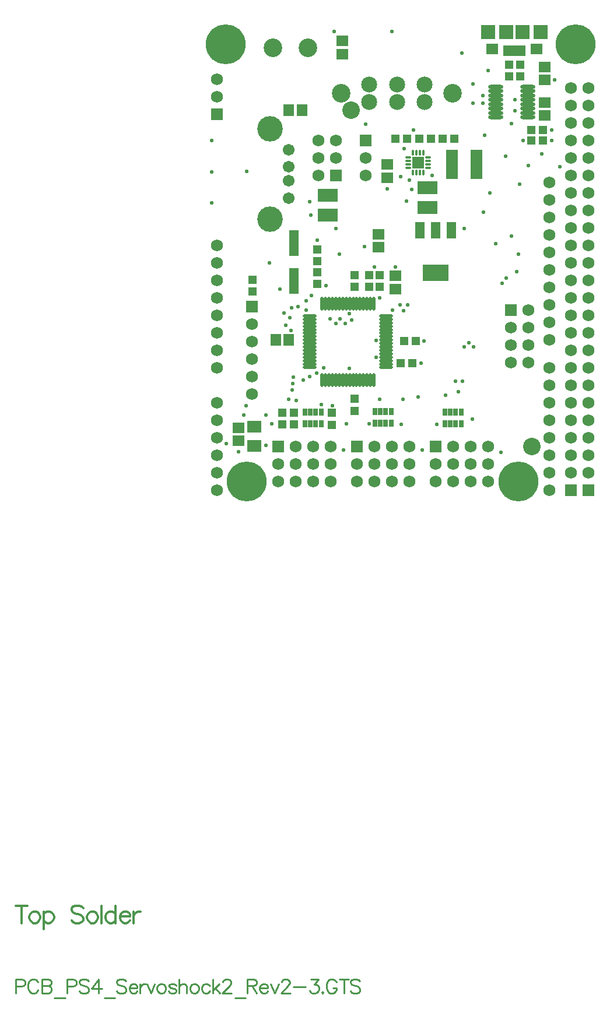
<source format=gts>
%FSAX24Y24*%
%MOIN*%
G70*
G01*
G75*
G04 Layer_Color=8388736*
G04:AMPARAMS|DCode=10|XSize=9.4mil|YSize=27.6mil|CornerRadius=2.4mil|HoleSize=0mil|Usage=FLASHONLY|Rotation=90.000|XOffset=0mil|YOffset=0mil|HoleType=Round|Shape=RoundedRectangle|*
%AMROUNDEDRECTD10*
21,1,0.0094,0.0228,0,0,90.0*
21,1,0.0047,0.0276,0,0,90.0*
1,1,0.0047,0.0114,0.0024*
1,1,0.0047,0.0114,-0.0024*
1,1,0.0047,-0.0114,-0.0024*
1,1,0.0047,-0.0114,0.0024*
%
%ADD10ROUNDEDRECTD10*%
%ADD11R,0.0661X0.0661*%
G04:AMPARAMS|DCode=12|XSize=9.4mil|YSize=27.6mil|CornerRadius=2.4mil|HoleSize=0mil|Usage=FLASHONLY|Rotation=180.000|XOffset=0mil|YOffset=0mil|HoleType=Round|Shape=RoundedRectangle|*
%AMROUNDEDRECTD12*
21,1,0.0094,0.0228,0,0,180.0*
21,1,0.0047,0.0276,0,0,180.0*
1,1,0.0047,-0.0024,0.0114*
1,1,0.0047,0.0024,0.0114*
1,1,0.0047,0.0024,-0.0114*
1,1,0.0047,-0.0024,-0.0114*
%
%ADD12ROUNDEDRECTD12*%
%ADD13R,0.0591X0.0512*%
%ADD14R,0.1100X0.0680*%
%ADD15R,0.0394X0.0433*%
%ADD16R,0.0433X0.0394*%
%ADD17R,0.0390X0.0430*%
%ADD18R,0.0591X0.1575*%
%ADD19R,0.0709X0.0630*%
%ADD20O,0.0118X0.0709*%
%ADD21O,0.0709X0.0118*%
%ADD22R,0.0472X0.0866*%
%ADD23R,0.1378X0.0866*%
%ADD24R,0.0472X0.1378*%
%ADD25R,0.0177X0.0354*%
%ADD26R,0.0430X0.0390*%
%ADD27C,0.0400*%
%ADD28R,0.0512X0.0591*%
%ADD29O,0.0768X0.0157*%
%ADD30R,0.0157X0.0532*%
%ADD31R,0.0748X0.0748*%
%ADD32R,0.0630X0.0551*%
%ADD33R,0.0709X0.0748*%
%ADD34C,0.0090*%
%ADD35C,0.0110*%
%ADD36C,0.0150*%
%ADD37C,0.0250*%
%ADD38C,0.0600*%
%ADD39C,0.0500*%
%ADD40C,0.0750*%
%ADD41C,0.1000*%
%ADD42C,0.0700*%
%ADD43C,0.0100*%
%ADD44C,0.0200*%
%ADD45C,0.0120*%
%ADD46R,0.0667X0.0672*%
%ADD47R,0.0840X0.0730*%
%ADD48R,0.1290X0.0830*%
%ADD49R,0.1050X0.2350*%
%ADD50R,0.1370X0.0930*%
%ADD51R,0.0600X0.0600*%
%ADD52C,0.0600*%
%ADD53C,0.0984*%
%ADD54C,0.0591*%
%ADD55C,0.1378*%
%ADD56C,0.2200*%
%ADD57C,0.0827*%
%ADD58C,0.0220*%
%ADD59C,0.0280*%
%ADD60C,0.0260*%
%ADD61C,0.0180*%
%ADD62C,0.0230*%
%ADD63C,0.0098*%
%ADD64C,0.0236*%
%ADD65C,0.0035*%
%ADD66C,0.0157*%
%ADD67C,0.0050*%
%ADD68C,0.0080*%
%ADD69C,0.0060*%
%ADD70C,0.0079*%
%ADD71C,0.0040*%
%ADD72C,0.0118*%
%ADD73R,0.0300X0.0600*%
%ADD74R,0.0600X0.0250*%
%ADD75R,0.0591X0.0591*%
%ADD76R,0.1260X0.0610*%
G04:AMPARAMS|DCode=77|XSize=13.4mil|YSize=31.5mil|CornerRadius=3.3mil|HoleSize=0mil|Usage=FLASHONLY|Rotation=90.000|XOffset=0mil|YOffset=0mil|HoleType=Round|Shape=RoundedRectangle|*
%AMROUNDEDRECTD77*
21,1,0.0134,0.0248,0,0,90.0*
21,1,0.0067,0.0315,0,0,90.0*
1,1,0.0067,0.0124,0.0033*
1,1,0.0067,0.0124,-0.0033*
1,1,0.0067,-0.0124,-0.0033*
1,1,0.0067,-0.0124,0.0033*
%
%ADD77ROUNDEDRECTD77*%
G04:AMPARAMS|DCode=78|XSize=13.4mil|YSize=31.5mil|CornerRadius=3.3mil|HoleSize=0mil|Usage=FLASHONLY|Rotation=180.000|XOffset=0mil|YOffset=0mil|HoleType=Round|Shape=RoundedRectangle|*
%AMROUNDEDRECTD78*
21,1,0.0134,0.0248,0,0,180.0*
21,1,0.0067,0.0315,0,0,180.0*
1,1,0.0067,-0.0033,0.0124*
1,1,0.0067,0.0033,0.0124*
1,1,0.0067,0.0033,-0.0124*
1,1,0.0067,-0.0033,-0.0124*
%
%ADD78ROUNDEDRECTD78*%
%ADD79R,0.0671X0.0592*%
%ADD80R,0.1180X0.0760*%
%ADD81R,0.0474X0.0513*%
%ADD82R,0.0513X0.0474*%
%ADD83R,0.0470X0.0510*%
%ADD84R,0.0669X0.1654*%
%ADD85R,0.0789X0.0710*%
%ADD86O,0.0198X0.0789*%
%ADD87O,0.0789X0.0198*%
%ADD88R,0.0552X0.0946*%
%ADD89R,0.1458X0.0946*%
%ADD90R,0.0552X0.1458*%
%ADD91R,0.0257X0.0434*%
%ADD92R,0.0510X0.0470*%
%ADD93C,0.1000*%
%ADD94R,0.0592X0.0671*%
%ADD95O,0.0848X0.0237*%
%ADD96R,0.0236X0.0610*%
%ADD97R,0.0828X0.0828*%
%ADD98R,0.0710X0.0631*%
%ADD99R,0.0789X0.0828*%
%ADD100R,0.0680X0.0680*%
%ADD101C,0.0680*%
%ADD102C,0.1064*%
%ADD103C,0.0671*%
%ADD104C,0.1458*%
%ADD105C,0.2280*%
%ADD106C,0.0907*%
%ADD107C,0.0118*%
%ADD108C,0.0220*%
%ADD109C,0.0200*%
D11*
X045500Y073500D02*
D03*
D43*
X022500Y026381D02*
X022843D01*
X022957Y026419D01*
X022995Y026457D01*
X023033Y026533D01*
Y026647D01*
X022995Y026724D01*
X022957Y026762D01*
X022843Y026800D01*
X022500D01*
Y026000D01*
X023784Y026609D02*
X023745Y026686D01*
X023669Y026762D01*
X023593Y026800D01*
X023441D01*
X023365Y026762D01*
X023288Y026686D01*
X023250Y026609D01*
X023212Y026495D01*
Y026305D01*
X023250Y026190D01*
X023288Y026114D01*
X023365Y026038D01*
X023441Y026000D01*
X023593D01*
X023669Y026038D01*
X023745Y026114D01*
X023784Y026190D01*
X024008Y026800D02*
Y026000D01*
Y026800D02*
X024351D01*
X024465Y026762D01*
X024503Y026724D01*
X024541Y026647D01*
Y026571D01*
X024503Y026495D01*
X024465Y026457D01*
X024351Y026419D01*
X024008D02*
X024351D01*
X024465Y026381D01*
X024503Y026343D01*
X024541Y026267D01*
Y026152D01*
X024503Y026076D01*
X024465Y026038D01*
X024351Y026000D01*
X024008D01*
X024720Y025733D02*
X025330D01*
X025433Y026381D02*
X025775D01*
X025890Y026419D01*
X025928Y026457D01*
X025966Y026533D01*
Y026647D01*
X025928Y026724D01*
X025890Y026762D01*
X025775Y026800D01*
X025433D01*
Y026000D01*
X026678Y026686D02*
X026602Y026762D01*
X026488Y026800D01*
X026335D01*
X026221Y026762D01*
X026145Y026686D01*
Y026609D01*
X026183Y026533D01*
X026221Y026495D01*
X026297Y026457D01*
X026526Y026381D01*
X026602Y026343D01*
X026640Y026305D01*
X026678Y026229D01*
Y026114D01*
X026602Y026038D01*
X026488Y026000D01*
X026335D01*
X026221Y026038D01*
X026145Y026114D01*
X027238Y026800D02*
X026857Y026267D01*
X027428D01*
X027238Y026800D02*
Y026000D01*
X027569Y025733D02*
X028179D01*
X028815Y026686D02*
X028739Y026762D01*
X028624Y026800D01*
X028472D01*
X028358Y026762D01*
X028282Y026686D01*
Y026609D01*
X028320Y026533D01*
X028358Y026495D01*
X028434Y026457D01*
X028662Y026381D01*
X028739Y026343D01*
X028777Y026305D01*
X028815Y026229D01*
Y026114D01*
X028739Y026038D01*
X028624Y026000D01*
X028472D01*
X028358Y026038D01*
X028282Y026114D01*
X028994Y026305D02*
X029451D01*
Y026381D01*
X029413Y026457D01*
X029375Y026495D01*
X029299Y026533D01*
X029184D01*
X029108Y026495D01*
X029032Y026419D01*
X028994Y026305D01*
Y026229D01*
X029032Y026114D01*
X029108Y026038D01*
X029184Y026000D01*
X029299D01*
X029375Y026038D01*
X029451Y026114D01*
X029622Y026533D02*
Y026000D01*
Y026305D02*
X029660Y026419D01*
X029737Y026495D01*
X029813Y026533D01*
X029927D01*
X029999D02*
X030228Y026000D01*
X030456Y026533D02*
X030228Y026000D01*
X030776Y026533D02*
X030700Y026495D01*
X030624Y026419D01*
X030586Y026305D01*
Y026229D01*
X030624Y026114D01*
X030700Y026038D01*
X030776Y026000D01*
X030891D01*
X030967Y026038D01*
X031043Y026114D01*
X031081Y026229D01*
Y026305D01*
X031043Y026419D01*
X030967Y026495D01*
X030891Y026533D01*
X030776D01*
X031675Y026419D02*
X031637Y026495D01*
X031523Y026533D01*
X031409D01*
X031294Y026495D01*
X031256Y026419D01*
X031294Y026343D01*
X031370Y026305D01*
X031561Y026267D01*
X031637Y026229D01*
X031675Y026152D01*
Y026114D01*
X031637Y026038D01*
X031523Y026000D01*
X031409D01*
X031294Y026038D01*
X031256Y026114D01*
X031843Y026800D02*
Y026000D01*
Y026381D02*
X031957Y026495D01*
X032033Y026533D01*
X032147D01*
X032224Y026495D01*
X032262Y026381D01*
Y026000D01*
X032662Y026533D02*
X032585Y026495D01*
X032509Y026419D01*
X032471Y026305D01*
Y026229D01*
X032509Y026114D01*
X032585Y026038D01*
X032662Y026000D01*
X032776D01*
X032852Y026038D01*
X032928Y026114D01*
X032966Y026229D01*
Y026305D01*
X032928Y026419D01*
X032852Y026495D01*
X032776Y026533D01*
X032662D01*
X033599Y026419D02*
X033522Y026495D01*
X033446Y026533D01*
X033332D01*
X033256Y026495D01*
X033180Y026419D01*
X033142Y026305D01*
Y026229D01*
X033180Y026114D01*
X033256Y026038D01*
X033332Y026000D01*
X033446D01*
X033522Y026038D01*
X033599Y026114D01*
X033770Y026800D02*
Y026000D01*
X034151Y026533D02*
X033770Y026152D01*
X033922Y026305D02*
X034189Y026000D01*
X034353Y026609D02*
Y026647D01*
X034391Y026724D01*
X034429Y026762D01*
X034505Y026800D01*
X034657D01*
X034734Y026762D01*
X034772Y026724D01*
X034810Y026647D01*
Y026571D01*
X034772Y026495D01*
X034695Y026381D01*
X034315Y026000D01*
X034848D01*
X035027Y025733D02*
X035636D01*
X035739Y026800D02*
Y026000D01*
Y026800D02*
X036082D01*
X036196Y026762D01*
X036234Y026724D01*
X036272Y026647D01*
Y026571D01*
X036234Y026495D01*
X036196Y026457D01*
X036082Y026419D01*
X035739D01*
X036006D02*
X036272Y026000D01*
X036451Y026305D02*
X036908D01*
Y026381D01*
X036870Y026457D01*
X036832Y026495D01*
X036756Y026533D01*
X036642D01*
X036566Y026495D01*
X036489Y026419D01*
X036451Y026305D01*
Y026229D01*
X036489Y026114D01*
X036566Y026038D01*
X036642Y026000D01*
X036756D01*
X036832Y026038D01*
X036908Y026114D01*
X037080Y026533D02*
X037308Y026000D01*
X037537Y026533D02*
X037308Y026000D01*
X037704Y026609D02*
Y026647D01*
X037742Y026724D01*
X037781Y026762D01*
X037857Y026800D01*
X038009D01*
X038085Y026762D01*
X038123Y026724D01*
X038161Y026647D01*
Y026571D01*
X038123Y026495D01*
X038047Y026381D01*
X037666Y026000D01*
X038199D01*
X038379Y026343D02*
X039064D01*
X039376Y026800D02*
X039795D01*
X039567Y026495D01*
X039681D01*
X039757Y026457D01*
X039795Y026419D01*
X039833Y026305D01*
Y026229D01*
X039795Y026114D01*
X039719Y026038D01*
X039605Y026000D01*
X039491D01*
X039376Y026038D01*
X039338Y026076D01*
X039300Y026152D01*
X040051Y026076D02*
X040012Y026038D01*
X040051Y026000D01*
X040089Y026038D01*
X040051Y026076D01*
X040835Y026609D02*
X040797Y026686D01*
X040721Y026762D01*
X040645Y026800D01*
X040492D01*
X040416Y026762D01*
X040340Y026686D01*
X040302Y026609D01*
X040264Y026495D01*
Y026305D01*
X040302Y026190D01*
X040340Y026114D01*
X040416Y026038D01*
X040492Y026000D01*
X040645D01*
X040721Y026038D01*
X040797Y026114D01*
X040835Y026190D01*
Y026305D01*
X040645D02*
X040835D01*
X041285Y026800D02*
Y026000D01*
X041018Y026800D02*
X041551D01*
X042180Y026686D02*
X042103Y026762D01*
X041989Y026800D01*
X041837D01*
X041723Y026762D01*
X041646Y026686D01*
Y026609D01*
X041684Y026533D01*
X041723Y026495D01*
X041799Y026457D01*
X042027Y026381D01*
X042103Y026343D01*
X042141Y026305D01*
X042180Y026229D01*
Y026114D01*
X042103Y026038D01*
X041989Y026000D01*
X041837D01*
X041723Y026038D01*
X041646Y026114D01*
D45*
X022833Y031000D02*
Y030000D01*
X022500Y031000D02*
X023167D01*
X023524Y030667D02*
X023428Y030619D01*
X023333Y030524D01*
X023286Y030381D01*
Y030286D01*
X023333Y030143D01*
X023428Y030048D01*
X023524Y030000D01*
X023666D01*
X023762Y030048D01*
X023857Y030143D01*
X023904Y030286D01*
Y030381D01*
X023857Y030524D01*
X023762Y030619D01*
X023666Y030667D01*
X023524D01*
X024123D02*
Y029667D01*
Y030524D02*
X024219Y030619D01*
X024314Y030667D01*
X024457D01*
X024552Y030619D01*
X024647Y030524D01*
X024695Y030381D01*
Y030286D01*
X024647Y030143D01*
X024552Y030048D01*
X024457Y030000D01*
X024314D01*
X024219Y030048D01*
X024123Y030143D01*
X026361Y030857D02*
X026266Y030952D01*
X026123Y031000D01*
X025933D01*
X025790Y030952D01*
X025695Y030857D01*
Y030762D01*
X025742Y030667D01*
X025790Y030619D01*
X025885Y030571D01*
X026171Y030476D01*
X026266Y030428D01*
X026313Y030381D01*
X026361Y030286D01*
Y030143D01*
X026266Y030048D01*
X026123Y030000D01*
X025933D01*
X025790Y030048D01*
X025695Y030143D01*
X026823Y030667D02*
X026728Y030619D01*
X026632Y030524D01*
X026585Y030381D01*
Y030286D01*
X026632Y030143D01*
X026728Y030048D01*
X026823Y030000D01*
X026966D01*
X027061Y030048D01*
X027156Y030143D01*
X027204Y030286D01*
Y030381D01*
X027156Y030524D01*
X027061Y030619D01*
X026966Y030667D01*
X026823D01*
X027423Y031000D02*
Y030000D01*
X028204Y031000D02*
Y030000D01*
Y030524D02*
X028108Y030619D01*
X028013Y030667D01*
X027870D01*
X027775Y030619D01*
X027680Y030524D01*
X027632Y030381D01*
Y030286D01*
X027680Y030143D01*
X027775Y030048D01*
X027870Y030000D01*
X028013D01*
X028108Y030048D01*
X028204Y030143D01*
X028470Y030381D02*
X029041D01*
Y030476D01*
X028994Y030571D01*
X028946Y030619D01*
X028851Y030667D01*
X028708D01*
X028613Y030619D01*
X028518Y030524D01*
X028470Y030381D01*
Y030286D01*
X028518Y030143D01*
X028613Y030048D01*
X028708Y030000D01*
X028851D01*
X028946Y030048D01*
X029041Y030143D01*
X029256Y030667D02*
Y030000D01*
Y030381D02*
X029303Y030524D01*
X029399Y030619D01*
X029494Y030667D01*
X029637D01*
D76*
X051000Y079897D02*
D03*
D77*
X046071Y073205D02*
D03*
Y073402D02*
D03*
Y073598D02*
D03*
Y073795D02*
D03*
X044929Y073205D02*
D03*
Y073402D02*
D03*
Y073598D02*
D03*
Y073795D02*
D03*
D78*
X045205Y074071D02*
D03*
X045402D02*
D03*
X045598D02*
D03*
X045795D02*
D03*
Y072929D02*
D03*
X045598D02*
D03*
X045402D02*
D03*
X045205D02*
D03*
D79*
X035250Y058324D02*
D03*
Y057576D02*
D03*
X052740Y076934D02*
D03*
Y076186D02*
D03*
X041190Y079706D02*
D03*
Y080454D02*
D03*
X043750Y072626D02*
D03*
Y073374D02*
D03*
X044210Y067014D02*
D03*
Y066266D02*
D03*
X043250Y068656D02*
D03*
Y069404D02*
D03*
X052750Y078964D02*
D03*
Y078216D02*
D03*
D80*
X046050Y072070D02*
D03*
Y070930D02*
D03*
X040350Y070480D02*
D03*
Y071620D02*
D03*
D81*
X041890Y067055D02*
D03*
Y066385D02*
D03*
X042710Y067055D02*
D03*
Y066385D02*
D03*
X041890Y059305D02*
D03*
Y059975D02*
D03*
X040590Y058505D02*
D03*
Y059175D02*
D03*
X039750Y068535D02*
D03*
Y067865D02*
D03*
Y066565D02*
D03*
Y067235D02*
D03*
X043320Y067055D02*
D03*
Y066385D02*
D03*
D82*
X045185Y062030D02*
D03*
X044515D02*
D03*
X045385Y063300D02*
D03*
X044715D02*
D03*
X044885Y074850D02*
D03*
X044215D02*
D03*
D83*
X037750Y059185D02*
D03*
Y058515D02*
D03*
X051350Y079085D02*
D03*
Y078415D02*
D03*
X050700Y079085D02*
D03*
Y078415D02*
D03*
X038400Y058515D02*
D03*
Y059185D02*
D03*
X036050Y066805D02*
D03*
Y066135D02*
D03*
D84*
X047441Y073400D02*
D03*
X048859D02*
D03*
D85*
X036140Y057289D02*
D03*
Y058391D02*
D03*
D86*
X040024Y061065D02*
D03*
X040220D02*
D03*
X040417D02*
D03*
X040614D02*
D03*
X040811D02*
D03*
X041008D02*
D03*
X041205D02*
D03*
X041402D02*
D03*
X041598D02*
D03*
X041795D02*
D03*
X041992D02*
D03*
X042189D02*
D03*
X042386D02*
D03*
X042583D02*
D03*
X042780D02*
D03*
X042976D02*
D03*
Y065435D02*
D03*
X042780D02*
D03*
X042583D02*
D03*
X042386D02*
D03*
X042189D02*
D03*
X041992D02*
D03*
X041795D02*
D03*
X041598D02*
D03*
X041402D02*
D03*
X041205D02*
D03*
X041008D02*
D03*
X040811D02*
D03*
X040614D02*
D03*
X040417D02*
D03*
X040220D02*
D03*
X040024D02*
D03*
D87*
X043685Y061774D02*
D03*
Y061970D02*
D03*
Y062167D02*
D03*
Y062364D02*
D03*
Y062561D02*
D03*
Y062758D02*
D03*
Y062955D02*
D03*
Y063152D02*
D03*
Y063348D02*
D03*
Y063545D02*
D03*
Y063742D02*
D03*
Y063939D02*
D03*
Y064136D02*
D03*
Y064333D02*
D03*
Y064530D02*
D03*
Y064726D02*
D03*
X039315D02*
D03*
Y064530D02*
D03*
Y064333D02*
D03*
Y064136D02*
D03*
Y063939D02*
D03*
Y063742D02*
D03*
Y063545D02*
D03*
Y063348D02*
D03*
Y063152D02*
D03*
Y062955D02*
D03*
Y062758D02*
D03*
Y062561D02*
D03*
Y062364D02*
D03*
Y062167D02*
D03*
Y061970D02*
D03*
Y061774D02*
D03*
D88*
X047406Y069620D02*
D03*
X046500D02*
D03*
X045594D02*
D03*
D89*
X046500Y067180D02*
D03*
D90*
X038400Y068883D02*
D03*
Y066717D02*
D03*
D91*
X047972Y059235D02*
D03*
Y058565D02*
D03*
X047657Y059235D02*
D03*
Y058565D02*
D03*
X047343Y059235D02*
D03*
Y058565D02*
D03*
X047028D02*
D03*
Y059235D02*
D03*
X039972D02*
D03*
Y058565D02*
D03*
X039657Y059235D02*
D03*
Y058565D02*
D03*
X039343Y059235D02*
D03*
Y058565D02*
D03*
X039028D02*
D03*
Y059235D02*
D03*
X043028Y059245D02*
D03*
Y058575D02*
D03*
X043343D02*
D03*
Y059245D02*
D03*
X043657Y058575D02*
D03*
Y059245D02*
D03*
X043972Y058575D02*
D03*
Y059245D02*
D03*
D92*
X052635Y075350D02*
D03*
X051965D02*
D03*
X052635Y074750D02*
D03*
X051965D02*
D03*
X047585Y074850D02*
D03*
X046915D02*
D03*
X046235D02*
D03*
X045565D02*
D03*
D93*
X041690Y076490D02*
D03*
X052000Y057250D02*
D03*
D94*
X037366Y063350D02*
D03*
X038114D02*
D03*
X038126Y076500D02*
D03*
X038874D02*
D03*
D95*
X049935Y077825D02*
D03*
Y077575D02*
D03*
Y077325D02*
D03*
Y077075D02*
D03*
Y076825D02*
D03*
Y076575D02*
D03*
Y076325D02*
D03*
Y076075D02*
D03*
X051765Y077825D02*
D03*
Y077575D02*
D03*
Y077325D02*
D03*
Y077075D02*
D03*
Y076825D02*
D03*
Y076575D02*
D03*
Y076325D02*
D03*
Y076075D02*
D03*
D96*
X050488Y079897D02*
D03*
X050744D02*
D03*
X051000D02*
D03*
X051256D02*
D03*
X051512D02*
D03*
D97*
X050528Y080950D02*
D03*
X051472D02*
D03*
D98*
X052260Y079985D02*
D03*
X049740D02*
D03*
D99*
X049504Y080950D02*
D03*
X052496D02*
D03*
D100*
X036000Y065250D02*
D03*
X034000Y076250D02*
D03*
X040800Y072750D02*
D03*
X055250Y054750D02*
D03*
X054250D02*
D03*
X042500Y074750D02*
D03*
X050800Y065050D02*
D03*
X037500Y057250D02*
D03*
X042000D02*
D03*
X046500D02*
D03*
D101*
X036000Y064250D02*
D03*
Y063250D02*
D03*
Y062250D02*
D03*
Y061250D02*
D03*
Y060250D02*
D03*
X034000Y078250D02*
D03*
Y077250D02*
D03*
X040800Y074750D02*
D03*
Y073750D02*
D03*
X039800Y072750D02*
D03*
Y073750D02*
D03*
Y074750D02*
D03*
X055250Y077750D02*
D03*
Y073750D02*
D03*
Y072750D02*
D03*
Y071750D02*
D03*
Y070750D02*
D03*
Y069750D02*
D03*
Y068750D02*
D03*
Y067750D02*
D03*
Y066750D02*
D03*
Y065750D02*
D03*
Y064750D02*
D03*
Y063750D02*
D03*
Y062750D02*
D03*
Y061750D02*
D03*
Y060750D02*
D03*
Y059750D02*
D03*
Y058750D02*
D03*
Y057750D02*
D03*
Y056750D02*
D03*
Y055750D02*
D03*
Y074750D02*
D03*
Y075750D02*
D03*
Y076750D02*
D03*
X054250D02*
D03*
Y075750D02*
D03*
Y074750D02*
D03*
Y055750D02*
D03*
Y056750D02*
D03*
Y057750D02*
D03*
Y058750D02*
D03*
Y059750D02*
D03*
Y060750D02*
D03*
Y061750D02*
D03*
Y062750D02*
D03*
Y063750D02*
D03*
Y064750D02*
D03*
Y065750D02*
D03*
Y066750D02*
D03*
Y067750D02*
D03*
Y068750D02*
D03*
Y069750D02*
D03*
Y070750D02*
D03*
Y071750D02*
D03*
Y072750D02*
D03*
Y073750D02*
D03*
Y077750D02*
D03*
X053000Y072350D02*
D03*
X034000Y068750D02*
D03*
Y067750D02*
D03*
Y066750D02*
D03*
Y065750D02*
D03*
Y064750D02*
D03*
Y063750D02*
D03*
Y062750D02*
D03*
Y061750D02*
D03*
Y059750D02*
D03*
Y058750D02*
D03*
Y057750D02*
D03*
Y056750D02*
D03*
Y055750D02*
D03*
Y054750D02*
D03*
X053000D02*
D03*
Y055750D02*
D03*
Y056750D02*
D03*
Y057750D02*
D03*
Y058750D02*
D03*
Y059750D02*
D03*
Y060750D02*
D03*
Y061750D02*
D03*
Y063350D02*
D03*
Y064350D02*
D03*
Y065350D02*
D03*
Y066350D02*
D03*
Y067350D02*
D03*
Y068350D02*
D03*
Y069350D02*
D03*
Y070350D02*
D03*
Y071350D02*
D03*
X042500Y072750D02*
D03*
Y073750D02*
D03*
X051800Y064050D02*
D03*
Y065050D02*
D03*
X050800Y062050D02*
D03*
Y064050D02*
D03*
Y063050D02*
D03*
X051800D02*
D03*
Y062050D02*
D03*
X039500Y055250D02*
D03*
Y056250D02*
D03*
Y057250D02*
D03*
X040500D02*
D03*
Y056250D02*
D03*
Y055250D02*
D03*
X038500D02*
D03*
Y056250D02*
D03*
Y057250D02*
D03*
X037500Y056250D02*
D03*
Y055250D02*
D03*
X044000D02*
D03*
Y056250D02*
D03*
Y057250D02*
D03*
X045000D02*
D03*
Y056250D02*
D03*
Y055250D02*
D03*
X043000D02*
D03*
Y056250D02*
D03*
Y057250D02*
D03*
X042000Y056250D02*
D03*
Y055250D02*
D03*
X048500D02*
D03*
Y056250D02*
D03*
Y057250D02*
D03*
X049500D02*
D03*
Y056250D02*
D03*
Y055250D02*
D03*
X047500D02*
D03*
Y056250D02*
D03*
Y057250D02*
D03*
X046500Y056250D02*
D03*
Y055250D02*
D03*
D102*
X039200Y080050D02*
D03*
X037200D02*
D03*
X041111Y077450D02*
D03*
X047489D02*
D03*
D103*
X038100Y074228D02*
D03*
Y072456D02*
D03*
Y073244D02*
D03*
Y071472D02*
D03*
D104*
X037033Y075437D02*
D03*
Y070263D02*
D03*
D105*
X054500Y080250D02*
D03*
X034500D02*
D03*
X051250Y055250D02*
D03*
X035700D02*
D03*
D106*
X044300Y076958D02*
D03*
X045875D02*
D03*
X042725D02*
D03*
X045875Y077942D02*
D03*
X044300D02*
D03*
X042725D02*
D03*
D107*
X045681Y073319D02*
D03*
X045319D02*
D03*
X045500Y073500D02*
D03*
X045319Y073681D02*
D03*
X045681D02*
D03*
D108*
X048420Y063200D02*
D03*
X048680Y062950D02*
D03*
X051240Y068250D02*
D03*
X041400Y058560D02*
D03*
X041590Y061730D02*
D03*
X043120Y062370D02*
D03*
Y063340D02*
D03*
X041560Y064860D02*
D03*
X041050Y064560D02*
D03*
X040810Y064280D02*
D03*
X040480Y064550D02*
D03*
X041350Y064300D02*
D03*
X041700Y064490D02*
D03*
X033700Y074760D02*
D03*
Y071190D02*
D03*
X039360Y070500D02*
D03*
X042440Y068680D02*
D03*
X048150Y062950D02*
D03*
X040600Y059600D02*
D03*
X038240Y063890D02*
D03*
X038350Y060850D02*
D03*
X038950Y061050D02*
D03*
X038360Y061240D02*
D03*
X038310Y060490D02*
D03*
X039970Y059660D02*
D03*
X038100Y059950D02*
D03*
X039300Y061250D02*
D03*
X037600Y066250D02*
D03*
X038290Y065190D02*
D03*
X037845Y064895D02*
D03*
X038161Y064611D02*
D03*
X033700Y072950D02*
D03*
X034550Y057410D02*
D03*
X046590Y058520D02*
D03*
X048620Y058840D02*
D03*
X043300Y059950D02*
D03*
X047800Y060400D02*
D03*
X047070Y060200D02*
D03*
X048050Y061000D02*
D03*
X047650D02*
D03*
X044650Y059950D02*
D03*
X044530Y058520D02*
D03*
X045000Y072500D02*
D03*
X044850Y071300D02*
D03*
X049950Y068850D02*
D03*
X038550Y059900D02*
D03*
X049250Y070650D02*
D03*
X037000Y067750D02*
D03*
X036800Y059050D02*
D03*
X043020Y067520D02*
D03*
X045680Y062010D02*
D03*
X042500Y075700D02*
D03*
X039400Y065900D02*
D03*
X039100Y065600D02*
D03*
X045840Y063280D02*
D03*
X037150Y058550D02*
D03*
X045500Y060100D02*
D03*
X043300Y065760D02*
D03*
X048150Y069724D02*
D03*
X048650Y076900D02*
D03*
X049600Y071750D02*
D03*
X051500Y074750D02*
D03*
X051300Y072250D02*
D03*
X053150Y074750D02*
D03*
Y075350D02*
D03*
X042700Y058550D02*
D03*
X038650Y065250D02*
D03*
X037950Y064200D02*
D03*
X040250Y066450D02*
D03*
X039750Y069050D02*
D03*
X049500Y078750D02*
D03*
X045150Y071950D02*
D03*
X043750Y072000D02*
D03*
X044500Y072700D02*
D03*
X045250Y075350D02*
D03*
X044700Y074300D02*
D03*
X040800Y069720D02*
D03*
X051150Y067250D02*
D03*
X041000Y068250D02*
D03*
X039300Y071250D02*
D03*
X049300Y075050D02*
D03*
X050500Y073850D02*
D03*
X048650Y078000D02*
D03*
X048000Y079750D02*
D03*
X044000Y081000D02*
D03*
X040710D02*
D03*
X035700Y073000D02*
D03*
X050550Y066900D02*
D03*
X050300Y066590D02*
D03*
X039110Y065050D02*
D03*
X046300Y072750D02*
D03*
X049200Y077320D02*
D03*
X049220Y076900D02*
D03*
X051050Y076450D02*
D03*
Y077075D02*
D03*
X053310Y078240D02*
D03*
X040100Y061750D02*
D03*
X039700Y061450D02*
D03*
X044210Y067540D02*
D03*
X044050Y065050D02*
D03*
X044490Y065360D02*
D03*
X044895Y065355D02*
D03*
X044690Y065040D02*
D03*
X035250Y056960D02*
D03*
X041250Y057050D02*
D03*
X045750Y057060D02*
D03*
X050240Y056940D02*
D03*
X036820Y057320D02*
D03*
X050830Y069300D02*
D03*
X053600Y073250D02*
D03*
X052590Y074000D02*
D03*
X051820Y073310D02*
D03*
X050830Y075730D02*
D03*
X035540Y059050D02*
D03*
X035670Y059590D02*
D03*
D109*
X046500Y066950D02*
D03*
Y067400D02*
D03*
X047000D02*
D03*
X046050D02*
D03*
Y066950D02*
D03*
X047000D02*
D03*
M02*

</source>
